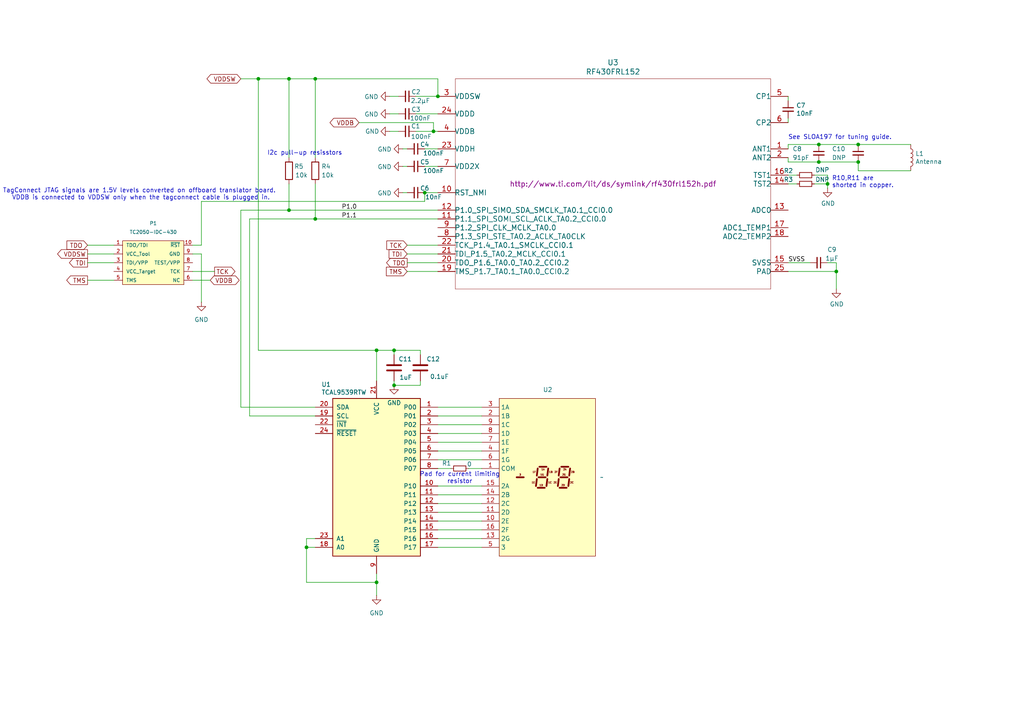
<source format=kicad_sch>
(kicad_sch (version 20231120) (generator "eeschema") (generator_version "8.0")
  (paper "A4")
  (title_block (title "TCG Counter") (rev "1") (company "groundst8"))
  (lib_symbols
    (symbol "Device:C" (pin_numbers hide) (pin_names (offset 0.254))
      (property "Reference" "C" (at 0.635 2.54 0))
      (property "Value" "C" (at 0.635 -2.54 0))
      (symbol "C_0_1"
        (polyline (pts (xy -2.032 -0.762) (xy 2.032 -0.762)) (stroke (width 0.508)))
        (polyline (pts (xy -2.032 0.762) (xy 2.032 0.762)) (stroke (width 0.508)))
      )
      (symbol "C_1_1"
        (pin passive line (at 0 3.81 270) (length 2.794) (name "~") (number "1"))
        (pin passive line (at 0 -3.81 90) (length 2.794) (name "~") (number "2"))
      )
    )
    (symbol "Device:C_Small" (pin_numbers hide) (pin_names (offset 0.254) hide)
      (property "Reference" "C" (at 0.254 1.778 0))
      (property "Value" "C_Small" (at 0.254 -2.032 0))
      (symbol "C_Small_0_1"
        (polyline (pts (xy -1.524 -0.508) (xy 1.524 -0.508)) (stroke (width 0.3302)))
        (polyline (pts (xy -1.524 0.508) (xy 1.524 0.508)) (stroke (width 0.3048)))
      )
      (symbol "C_Small_1_1"
        (pin passive line (at 0 2.54 270) (length 2.032) (name "~") (number "1"))
        (pin passive line (at 0 -2.54 90) (length 2.032) (name "~") (number "2"))
      )
    )
    (symbol "Device:L" (pin_numbers hide) (pin_names (offset 1.016) hide)
      (property "Reference" "L" (at -1.27 0 90))
      (property "Value" "L" (at 1.905 0 90))
      (symbol "L_0_1"
        (arc (start 0 -2.54) (mid 0.6323 -1.905) (end 0 -1.27))
        (arc (start 0 -1.27) (mid 0.6323 -0.635) (end 0 0))
        (arc (start 0 0) (mid 0.6323 0.635) (end 0 1.27))
        (arc (start 0 1.27) (mid 0.6323 1.905) (end 0 2.54))
      )
      (symbol "L_1_1"
        (pin passive line (at 0 3.81 270) (length 1.27) (name "1") (number "1"))
        (pin passive line (at 0 -3.81 90) (length 1.27) (name "2") (number "2"))
      )
    )
    (symbol "Device:R" (pin_numbers hide) (pin_names (offset 0))
      (property "Reference" "R" (at 2.032 0 90))
      (property "Value" "R" (at 0 0 90))
      (symbol "R_0_1"
        (rectangle (start -1.016 -2.54) (end 1.016 2.54) (stroke (width 0.254)))
      )
      (symbol "R_1_1"
        (pin passive line (at 0 3.81 270) (length 1.27) (name "~") (number "1"))
        (pin passive line (at 0 -3.81 90) (length 1.27) (name "~") (number "2"))
      )
    )
    (symbol "Device:R_Small" (pin_numbers hide) (pin_names (offset 0.254) hide)
      (property "Reference" "R" (at 0.762 0.508 0))
      (property "Value" "R_Small" (at 0.762 -1.016 0))
      (symbol "R_Small_0_1"
        (rectangle (start -0.762 1.778) (end 0.762 -1.778) (stroke (width 0.2032)))
      )
      (symbol "R_Small_1_1"
        (pin passive line (at 0 2.54 270) (length 0.762) (name "~") (number "1"))
        (pin passive line (at 0 -2.54 90) (length 0.762) (name "~") (number "2"))
      )
    )
    (symbol "Library:D0430G02V01"
      (property "Reference" "U" (at -13.462 11.43 0))
      (symbol "D0430G02V01_0_1"
        (polyline (pts (xy -8.89 -12.7) (xy -6.858 -12.7)) (stroke (width 0.508)))
        (polyline (pts (xy -4.064 -15.748) (xy -4.064 -15.748)) (stroke (width 0.508)))
        (polyline (pts (xy -3.048 -13.208) (xy -3.302 -15.24)) (stroke (width 0.508)))
        (polyline (pts (xy -2.794 -15.748) (xy -0.762 -15.748)) (stroke (width 0.508)))
        (polyline (pts (xy -2.794 -10.16) (xy -3.048 -12.192)) (stroke (width 0.508)))
        (polyline (pts (xy -2.54 -12.7) (xy -0.508 -12.7)) (stroke (width 0.508)))
        (polyline (pts (xy -2.286 -9.652) (xy -0.254 -9.652)) (stroke (width 0.508)))
        (polyline (pts (xy 0 -13.208) (xy -0.254 -15.24)) (stroke (width 0.508)))
        (polyline (pts (xy 0.254 -10.16) (xy 0 -12.192)) (stroke (width 0.508)))
        (polyline (pts (xy 1.016 -15.748) (xy 1.016 -15.748)) (stroke (width 0.508)))
        (polyline (pts (xy 3.302 -13.208) (xy 3.048 -15.24)) (stroke (width 0.508)))
        (polyline (pts (xy 3.556 -15.748) (xy 5.588 -15.748)) (stroke (width 0.508)))
        (polyline (pts (xy 3.556 -10.16) (xy 3.302 -12.192)) (stroke (width 0.508)))
        (polyline (pts (xy 3.81 -12.7) (xy 5.842 -12.7)) (stroke (width 0.508)))
        (polyline (pts (xy 4.064 -9.652) (xy 6.096 -9.652)) (stroke (width 0.508)))
        (polyline (pts (xy 6.35 -13.208) (xy 6.096 -15.24)) (stroke (width 0.508)))
        (polyline (pts (xy 6.604 -10.16) (xy 6.35 -12.192)) (stroke (width 0.508)))
        (polyline (pts (xy 7.366 -15.748) (xy 7.366 -15.748)) (stroke (width 0.508)))
      )
      (symbol "D0430G02V01_1_0"
        (text "1A" (at -1.27 -10.414 0) (effects (font (size 0.508 0.508))))
        (text "1B" (at 1.016 -11.176 0) (effects (font (size 0.508 0.508))))
        (text "1C" (at 0.762 -14.224 0) (effects (font (size 0.508 0.508))))
        (text "1D" (at -1.778 -14.986 0) (effects (font (size 0.508 0.508))))
        (text "1E" (at -4.064 -14.224 0) (effects (font (size 0.508 0.508))))
        (text "1F" (at -3.81 -11.176 0) (effects (font (size 0.508 0.508))))
        (text "1G" (at -1.524 -11.938 0) (effects (font (size 0.508 0.508))))
        (text "2A" (at 5.08 -10.414 0) (effects (font (size 0.508 0.508))))
        (text "2B" (at 7.366 -11.176 0) (effects (font (size 0.508 0.508))))
        (text "2C" (at 7.112 -14.224 0) (effects (font (size 0.508 0.508))))
        (text "2D" (at 4.572 -14.986 0) (effects (font (size 0.508 0.508))))
        (text "2E" (at 2.286 -14.224 0) (effects (font (size 0.508 0.508))))
        (text "2F" (at 2.54 -11.176 0) (effects (font (size 0.508 0.508))))
        (text "2G" (at 4.826 -11.938 0) (effects (font (size 0.508 0.508))))
        (text "3" (at -7.874 -11.938 0) (effects (font (size 0.508 0.508))))
      )
      (symbol "D0430G02V01_1_1"
        (rectangle (start -13.97 10.16) (end 13.97 -35.56) (fill (type background)))
        (pin input line (at -19.05 -10.16 0) (length 5.08) (name "COM") (number "1"))
        (pin input line (at -19.05 -25.4 0) (length 5.08) (name "2E") (number "10"))
        (pin input line (at -19.05 -22.86 0) (length 5.08) (name "2D") (number "11"))
        (pin input line (at -19.05 -20.32 0) (length 5.08) (name "2C") (number "12"))
        (pin input line (at -19.05 -30.48 0) (length 5.08) (name "2G") (number "13"))
        (pin input line (at -19.05 -17.78 0) (length 5.08) (name "2B") (number "14"))
        (pin input line (at -19.05 -15.24 0) (length 5.08) (name "2A") (number "15"))
        (pin input line (at -19.05 -27.94 0) (length 5.08) (name "2F") (number "16"))
        (pin input line (at -19.05 5.08 0) (length 5.08) (name "1B") (number "2"))
        (pin input line (at -19.05 7.62 0) (length 5.08) (name "1A") (number "3"))
        (pin input line (at -19.05 -5.08 0) (length 5.08) (name "1F") (number "4"))
        (pin input line (at -19.05 -33.02 0) (length 5.08) (name "3") (number "5"))
        (pin input line (at -19.05 -7.62 0) (length 5.08) (name "1G") (number "6"))
        (pin input line (at -19.05 -2.54 0) (length 5.08) (name "1E") (number "7"))
        (pin input line (at -19.05 0 0) (length 5.08) (name "1D") (number "8"))
        (pin input line (at -19.05 2.54 0) (length 5.08) (name "1C") (number "9"))
      )
    )
    (symbol "Library:TCAL9539RTW" (pin_names (offset 1.016))
      (property "Reference" "U" (at -11.43 24.13 0))
      (property "Value" "TCAL9539RTW" (at 0 0 0))
      (symbol "TCAL9539RTW_0_1"
        (rectangle (start -12.7 22.86) (end 12.7 -22.86) (stroke (width 0.254)) (fill (type background)))
      )
      (symbol "TCAL9539RTW_1_1"
        (pin bidirectional line (at 17.78 20.32 180) (length 5.08) (name "P00") (number "1"))
        (pin bidirectional line (at 17.78 -2.54 180) (length 5.08) (name "P10") (number "10"))
        (pin bidirectional line (at 17.78 -5.08 180) (length 5.08) (name "P11") (number "11"))
        (pin bidirectional line (at 17.78 -7.62 180) (length 5.08) (name "P12") (number "12"))
        (pin bidirectional line (at 17.78 -10.16 180) (length 5.08) (name "P13") (number "13"))
        (pin bidirectional line (at 17.78 -12.7 180) (length 5.08) (name "P14") (number "14"))
        (pin bidirectional line (at 17.78 -15.24 180) (length 5.08) (name "P15") (number "15"))
        (pin bidirectional line (at 17.78 -17.78 180) (length 5.08) (name "P16") (number "16"))
        (pin bidirectional line (at 17.78 -20.32 180) (length 5.08) (name "P17") (number "17"))
        (pin input line (at -17.78 -20.32 0) (length 5.08) (name "A0") (number "18"))
        (pin input line (at -17.78 17.78 0) (length 5.08) (name "SCL") (number "19"))
        (pin bidirectional line (at 17.78 17.78 180) (length 5.08) (name "P01") (number "2"))
        (pin bidirectional line (at -17.78 20.32 0) (length 5.08) (name "SDA") (number "20"))
        (pin power_in line (at 0 27.94 270) (length 5.08) (name "VCC") (number "21"))
        (pin output line (at -17.78 15.24 0) (length 5.08) (name "~{INT}") (number "22"))
        (pin input line (at -17.78 -17.78 0) (length 5.08) (name "A1") (number "23"))
        (pin input line (at -17.78 12.7 0) (length 5.08) (name "~{RESET}") (number "24"))
        (pin bidirectional line (at 17.78 15.24 180) (length 5.08) (name "P02") (number "3"))
        (pin bidirectional line (at 17.78 12.7 180) (length 5.08) (name "P03") (number "4"))
        (pin bidirectional line (at 17.78 10.16 180) (length 5.08) (name "P04") (number "5"))
        (pin bidirectional line (at 17.78 7.62 180) (length 5.08) (name "P05") (number "6"))
        (pin bidirectional line (at 17.78 5.08 180) (length 5.08) (name "P06") (number "7"))
        (pin bidirectional line (at 17.78 2.54 180) (length 5.08) (name "P07") (number "8"))
        (pin power_in line (at 0 -27.94 90) (length 5.08) (name "GND") (number "9"))
      )
    )
    (symbol "Tag-Connect:TC2050-IDC-430" (pin_names (offset 1.016))
      (property "Reference" "P" (at -1.27 -7.62 0))
      (property "Value" "TC2050-IDC-430" (at 0 7.62 0))
      (symbol "TC2050-IDC-430_0_1"
        (rectangle (start 8.89 6.35) (end -8.89 -6.35) (fill (type background)))
      )
      (symbol "TC2050-IDC-430_1_1"
        (pin passive line (at -11.43 5.08 0) (length 2.54) (name "TDO/TDI") (number "1"))
        (pin passive line (at 11.43 5.08 180) (length 2.54) (name "~{RST}") (number "10"))
        (pin passive line (at -11.43 2.54 0) (length 2.54) (name "VCC_Tool") (number "2"))
        (pin passive line (at -11.43 0 0) (length 2.54) (name "TDI/VPP") (number "3"))
        (pin passive line (at -11.43 -2.54 0) (length 2.54) (name "VCC_Target") (number "4"))
        (pin passive line (at -11.43 -5.08 0) (length 2.54) (name "TMS") (number "5"))
        (pin passive line (at 11.43 -5.08 180) (length 2.54) (name "NC") (number "6"))
        (pin passive line (at 11.43 -2.54 180) (length 2.54) (name "TCK") (number "7"))
        (pin passive line (at 11.43 0 180) (length 2.54) (name "TEST/VPP") (number "8"))
        (pin passive line (at 11.43 2.54 180) (length 2.54) (name "GND") (number "9"))
      )
    )
    (symbol "power:GND" (power) (pin_numbers hide) (pin_names (offset 0) hide)
      (property "Value" "GND" (at 0 -3.81 0))
      (symbol "GND_0_1"
        (polyline (pts (xy 0 0) (xy 0 -1.27) (xy 1.27 -1.27) (xy 0 -2.54) (xy -1.27 -1.27) (xy 0 -1.27)))
      )
      (symbol "GND_1_1"
        (pin power_in line (at 0 0 270) (length 0) (name "~") (number "1"))
      )
    )
    (symbol "symbols:RF430FRL152HRGE" (pin_names (offset -0.254))
      (property "Reference" "U" (at 0 2.54 0))
      (property "Value" "RF430FRL152HRGE" (at 0 0 0))
      (symbol "RF430FRL152HRGE_0_0"
        (polyline (pts (xy -45.72 -30.48) (xy 45.72 -30.48)) (stroke (width 0.1016)))
        (polyline (pts (xy -45.72 30.48) (xy -45.72 -30.48)) (stroke (width 0.1016)))
        (polyline (pts (xy 45.72 -30.48) (xy 45.72 30.48)) (stroke (width 0.1016)))
        (polyline (pts (xy 45.72 30.48) (xy -45.72 30.48)) (stroke (width 0.1016)))
      )
      (symbol "RF430FRL152HRGE_1_0"
        (pin bidirectional line (at 50.8 10.16 180) (length 5.08) (name "ANT1") (number "1"))
        (pin input line (at -50.8 -2.54 0) (length 5.08) (name "RST_NMI") (number "10"))
        (pin tri_state line (at -50.8 -10.16 0) (length 5.08) (name "P1.1_SPI_SOMI_SCL_ACLK_TA0.2_CCI0.0") (number "11"))
        (pin tri_state line (at -50.8 -7.62 0) (length 5.08) (name "P1.0_SPI_SIMO_SDA_SMCLK_TA0.1_CCI0.0") (number "12"))
        (pin input line (at 50.8 -7.62 180) (length 5.08) (name "ADC0") (number "13"))
        (pin input line (at 50.8 0 180) (length 5.08) (name "TST2") (number "14"))
        (pin power_in line (at 50.8 -22.86 180) (length 5.08) (name "SVSS") (number "15"))
        (pin input line (at 50.8 2.54 180) (length 5.08) (name "TST1") (number "16"))
        (pin input line (at 50.8 -12.7 180) (length 5.08) (name "ADC1_TEMP1") (number "17"))
        (pin input line (at 50.8 -15.24 180) (length 5.08) (name "ADC2_TEMP2") (number "18"))
        (pin tri_state line (at -50.8 -25.4 0) (length 5.08) (name "TMS_P1.7_TA0.1_TA0.0_CCI0.2") (number "19"))
        (pin bidirectional line (at 50.8 7.62 180) (length 5.08) (name "ANT2") (number "2"))
        (pin tri_state line (at -50.8 -22.86 0) (length 5.08) (name "TDO_P1.6_TA0.0_TA0.2_CCI0.2") (number "20"))
        (pin tri_state line (at -50.8 -20.32 0) (length 5.08) (name "TDI_P1.5_TA0.2_MCLK_CCI0.1") (number "21"))
        (pin tri_state line (at -50.8 -17.78 0) (length 5.08) (name "TCK_P1.4_TA0.1_SMCLK_CCI0.1") (number "22"))
        (pin power_out line (at -50.8 10.16 0) (length 5.08) (name "VDDH") (number "23"))
        (pin power_out line (at -50.8 20.32 0) (length 5.08) (name "VDDD") (number "24"))
        (pin power_in line (at 50.8 -25.4 180) (length 5.08) (name "PAD") (number "25"))
        (pin power_in line (at -50.8 25.4 0) (length 5.08) (name "VDDSW") (number "3"))
        (pin power_in line (at -50.8 15.24 0) (length 5.08) (name "VDDB") (number "4"))
        (pin power_out line (at 50.8 25.4 180) (length 5.08) (name "CP1") (number "5"))
        (pin power_out line (at 50.8 17.78 180) (length 5.08) (name "CP2") (number "6"))
        (pin power_out line (at -50.8 5.08 0) (length 5.08) (name "VDD2X") (number "7"))
        (pin tri_state line (at -50.8 -15.24 0) (length 5.08) (name "P1.3_SPI_STE_TA0.2_ACLK_TA0CLK") (number "8"))
        (pin tri_state line (at -50.8 -12.7 0) (length 5.08) (name "P1.2_SPI_CLK_MCLK_TA0.0") (number "9"))
      )
    )
  )
  (junction (at 109.22 101.6))
  (junction (at 74.93 22.86))
  (junction (at 91.44 22.86))
  (junction (at 242.57 78.74))
  (junction (at 83.82 22.86))
  (junction (at 125.73 38.1))
  (junction (at 109.22 168.91))
  (junction (at 127 27.94))
  (junction (at 114.3 101.6))
  (junction (at 123.19 55.88))
  (junction (at 237.49 46.99))
  (junction (at 248.92 46.99))
  (junction (at 237.49 41.91))
  (junction (at 114.3 111.76))
  (junction (at 91.44 63.5))
  (junction (at 88.9 158.75))
  (junction (at 240.03 53.34))
  (junction (at 83.82 60.96))
  (junction (at 248.92 41.91))
  (wire (pts (xy 127 156.21) (xy 139.7 156.21)))
  (wire (pts (xy 74.93 22.86) (xy 74.93 101.6)))
  (wire (pts (xy 123.19 58.42) (xy 58.42 58.42)))
  (wire (pts (xy 125.73 35.56) (xy 125.73 38.1)))
  (wire (pts (xy 127 33.02) (xy 120.65 33.02)))
  (wire (pts (xy 58.42 58.42) (xy 58.42 71.12)))
  (wire (pts (xy 113.03 38.1) (xy 115.57 38.1)))
  (wire (pts (xy 74.93 22.86) (xy 83.82 22.86)))
  (wire (pts (xy 118.11 43.18) (xy 116.84 43.18)))
  (wire (pts (xy 228.6 41.91) (xy 228.6 43.18)))
  (wire (pts (xy 248.92 49.53) (xy 248.92 46.99)))
  (wire (pts (xy 91.44 63.5) (xy 127 63.5)))
  (wire (pts (xy 55.88 81.28) (xy 60.96 81.28)))
  (wire (pts (xy 69.85 22.86) (xy 74.93 22.86)))
  (wire (pts (xy 127 135.89) (xy 130.81 135.89)))
  (wire (pts (xy 72.39 120.65) (xy 91.44 120.65)))
  (wire (pts (xy 127 151.13) (xy 139.7 151.13)))
  (wire (pts (xy 123.19 43.18) (xy 127 43.18)))
  (wire (pts (xy 88.9 168.91) (xy 109.22 168.91)))
  (wire (pts (xy 228.6 78.74) (xy 242.57 78.74)))
  (wire (pts (xy 91.44 22.86) (xy 127 22.86)))
  (wire (pts (xy 118.11 76.2) (xy 127 76.2)))
  (wire (pts (xy 231.14 53.34) (xy 228.6 53.34)))
  (wire (pts (xy 123.19 55.88) (xy 127 55.88)))
  (wire (pts (xy 127 118.11) (xy 139.7 118.11)))
  (wire (pts (xy 123.19 55.88) (xy 123.19 58.42)))
  (wire (pts (xy 74.93 101.6) (xy 109.22 101.6)))
  (wire (pts (xy 248.92 46.99) (xy 237.49 46.99)))
  (wire (pts (xy 127 48.26) (xy 123.19 48.26)))
  (wire (pts (xy 88.9 158.75) (xy 88.9 168.91)))
  (wire (pts (xy 118.11 71.12) (xy 127 71.12)))
  (wire (pts (xy 83.82 45.72) (xy 83.82 22.86)))
  (wire (pts (xy 127 148.59) (xy 139.7 148.59)))
  (wire (pts (xy 135.89 135.89) (xy 139.7 135.89)))
  (wire (pts (xy 127 143.51) (xy 139.7 143.51)))
  (wire (pts (xy 88.9 158.75) (xy 91.44 158.75)))
  (wire (pts (xy 91.44 53.34) (xy 91.44 63.5)))
  (wire (pts (xy 237.49 41.91) (xy 228.6 41.91)))
  (wire (pts (xy 25.4 76.2) (xy 33.02 76.2)))
  (wire (pts (xy 240.03 50.8) (xy 240.03 53.34)))
  (wire (pts (xy 127 128.27) (xy 139.7 128.27)))
  (wire (pts (xy 127 27.94) (xy 127 22.86)))
  (wire (pts (xy 118.11 55.88) (xy 116.84 55.88)))
  (wire (pts (xy 88.9 156.21) (xy 88.9 158.75)))
  (wire (pts (xy 69.85 118.11) (xy 91.44 118.11)))
  (wire (pts (xy 248.92 49.53) (xy 264.16 49.53)))
  (wire (pts (xy 114.3 110.49) (xy 114.3 111.76)))
  (wire (pts (xy 228.6 50.8) (xy 231.14 50.8)))
  (wire (pts (xy 127 133.35) (xy 139.7 133.35)))
  (wire (pts (xy 237.49 46.99) (xy 228.6 46.99)))
  (wire (pts (xy 121.92 101.6) (xy 121.92 102.87)))
  (wire (pts (xy 248.92 41.91) (xy 237.49 41.91)))
  (wire (pts (xy 242.57 83.82) (xy 242.57 78.74)))
  (wire (pts (xy 55.88 71.12) (xy 58.42 71.12)))
  (wire (pts (xy 109.22 101.6) (xy 109.22 110.49)))
  (wire (pts (xy 127 125.73) (xy 139.7 125.73)))
  (wire (pts (xy 228.6 29.21) (xy 228.6 27.94)))
  (wire (pts (xy 125.73 38.1) (xy 127 38.1)))
  (wire (pts (xy 242.57 76.2) (xy 240.03 76.2)))
  (wire (pts (xy 127 140.97) (xy 139.7 140.97)))
  (wire (pts (xy 120.65 38.1) (xy 125.73 38.1)))
  (wire (pts (xy 91.44 45.72) (xy 91.44 22.86)))
  (wire (pts (xy 121.92 111.76) (xy 121.92 110.49)))
  (wire (pts (xy 113.03 33.02) (xy 115.57 33.02)))
  (wire (pts (xy 83.82 60.96) (xy 127 60.96)))
  (wire (pts (xy 83.82 22.86) (xy 91.44 22.86)))
  (wire (pts (xy 127 146.05) (xy 139.7 146.05)))
  (wire (pts (xy 72.39 63.5) (xy 72.39 120.65)))
  (wire (pts (xy 25.4 81.28) (xy 33.02 81.28)))
  (wire (pts (xy 104.14 35.56) (xy 125.73 35.56)))
  (wire (pts (xy 127 153.67) (xy 139.7 153.67)))
  (wire (pts (xy 114.3 101.6) (xy 114.3 102.87)))
  (wire (pts (xy 127 130.81) (xy 139.7 130.81)))
  (wire (pts (xy 69.85 60.96) (xy 83.82 60.96)))
  (wire (pts (xy 109.22 168.91) (xy 109.22 172.72)))
  (wire (pts (xy 25.4 73.66) (xy 33.02 73.66)))
  (wire (pts (xy 127 120.65) (xy 139.7 120.65)))
  (wire (pts (xy 234.95 76.2) (xy 228.6 76.2)))
  (wire (pts (xy 242.57 78.74) (xy 242.57 76.2)))
  (wire (pts (xy 236.22 50.8) (xy 240.03 50.8)))
  (wire (pts (xy 109.22 166.37) (xy 109.22 168.91)))
  (wire (pts (xy 118.11 78.74) (xy 127 78.74)))
  (wire (pts (xy 228.6 35.56) (xy 228.6 34.29)))
  (wire (pts (xy 91.44 156.21) (xy 88.9 156.21)))
  (wire (pts (xy 118.11 73.66) (xy 127 73.66)))
  (wire (pts (xy 55.88 78.74) (xy 62.23 78.74)))
  (wire (pts (xy 72.39 63.5) (xy 91.44 63.5)))
  (wire (pts (xy 109.22 101.6) (xy 114.3 101.6)))
  (wire (pts (xy 120.65 27.94) (xy 127 27.94)))
  (wire (pts (xy 25.4 71.12) (xy 33.02 71.12)))
  (wire (pts (xy 127 158.75) (xy 139.7 158.75)))
  (wire (pts (xy 114.3 111.76) (xy 121.92 111.76)))
  (wire (pts (xy 240.03 53.34) (xy 240.03 54.61)))
  (wire (pts (xy 69.85 60.96) (xy 69.85 118.11)))
  (wire (pts (xy 113.03 27.94) (xy 115.57 27.94)))
  (wire (pts (xy 236.22 53.34) (xy 240.03 53.34)))
  (wire (pts (xy 248.92 41.91) (xy 264.16 41.91)))
  (wire (pts (xy 228.6 46.99) (xy 228.6 45.72)))
  (wire (pts (xy 127 123.19) (xy 139.7 123.19)))
  (wire (pts (xy 118.11 48.26) (xy 116.84 48.26)))
  (wire (pts (xy 114.3 101.6) (xy 121.92 101.6)))
  (wire (pts (xy 58.42 73.66) (xy 58.42 87.63)))
  (wire (pts (xy 83.82 53.34) (xy 83.82 60.96)))
  (wire (pts (xy 55.88 73.66) (xy 58.42 73.66)))
  (text "Pad for current limiting\nresistor" (at 133.35 138.684 0) (effects (font (size 1.27 1.27))))
  (text "I2c pull-up resisstors" (at 88.392 44.45 0) (effects (font (size 1.27 1.27))))
  (text "TagConnect JTAG signals are 1.5V levels converted on offboard translator board. \nVDDB is connected to VDDSW only when the tagconnect cable is plugged in." (at 40.894 56.388 0) (effects (font (size 1.27 1.27))))
  (text "R10,R11 are\nshorted in copper." (at 241.3 54.61 0) (effects (font (size 1.27 1.27)) (justify left bottom)))
  (text "See SLOA197 for tuning guide." (at 228.6 40.64 0) (effects (font (size 1.27 1.27)) (justify left bottom)))
  (label "P1.0" (at 99.06 60.96 0))
  (label "P1.1" (at 99.06 63.5 0))
  (label "SVSS" (at 228.6 76.2 0))
  (global_label "TMS" (shape input) (at 118.11 78.74 180) (property "Intersheetrefs" "${INTERSHEET_REFS}" (effects (hide yes))))
  (global_label "VDDB" (shape bidirectional) (at 60.96 81.28 0) (property "Intersheetrefs" "${INTERSHEET_REFS}" (effects (hide yes))))
  (global_label "TDI" (shape input) (at 118.11 73.66 180) (property "Intersheetrefs" "${INTERSHEET_REFS}" (effects (hide yes))))
  (global_label "TCK" (shape input) (at 118.11 71.12 180) (property "Intersheetrefs" "${INTERSHEET_REFS}" (effects (hide yes))))
  (global_label "TDO" (shape input) (at 25.4 71.12 180) (property "Intersheetrefs" "${INTERSHEET_REFS}" (effects (hide yes))))
  (global_label "TDO" (shape output) (at 118.11 76.2 180) (property "Intersheetrefs" "${INTERSHEET_REFS}" (effects (hide yes))))
  (global_label "VDDB" (shape bidirectional) (at 104.14 35.56 180) (property "Intersheetrefs" "${INTERSHEET_REFS}" (effects (hide yes))))
  (global_label "VDDSW" (shape output) (at 25.4 73.66 180) (property "Intersheetrefs" "${INTERSHEET_REFS}" (effects (hide yes))))
  (global_label "VDDSW" (shape bidirectional) (at 69.85 22.86 180) (property "Intersheetrefs" "${INTERSHEET_REFS}" (effects (hide yes))))
  (global_label "TMS" (shape output) (at 25.4 81.28 180) (property "Intersheetrefs" "${INTERSHEET_REFS}" (effects (hide yes))))
  (global_label "TDI" (shape output) (at 25.4 76.2 180) (property "Intersheetrefs" "${INTERSHEET_REFS}" (effects (hide yes))))
  (global_label "TCK" (shape output) (at 62.23 78.74 0) (property "Intersheetrefs" "${INTERSHEET_REFS}" (effects (hide yes))))
  (symbol (lib_id "Device:R_Small") (at 233.68 50.8 270) (unit 1)
    (property "Reference" "R2" (at 227.33 49.53 90) (effects (justify left)))
    (property "Value" "DNP" (at 236.474 49.276 90) (effects (justify left)))
    (property "Footprint" "footprints:R_0402_shorted" (effects (hide yes)))
  )
  (symbol (lib_id "power:GND") (at 113.03 27.94 270) (unit 1)
    (property "Reference" "#PWR05" (effects (hide yes)))
    (property "Value" "GND" (at 109.7788 28.067 90) (effects (justify right)))
  )
  (symbol (lib_id "Library:D0430G02V01") (at 158.75 125.73 0) (unit 1)
    (property "Reference" "U2" (at 157.48 113.03 0) (effects (justify left)))
    (property "Value" "~" (at 173.99 138.43 0) (effects (justify left)))
    (property "Footprint" "Library:D0430G02V01" (effects (hide yes)))
  )
  (symbol (lib_id "Device:R_Small") (at 233.68 53.34 270) (unit 1)
    (property "Reference" "R3" (at 227.33 52.07 90) (effects (justify left)))
    (property "Value" "DNP" (at 236.474 52.07 90) (effects (justify left)))
    (property "Footprint" "footprints:R_0402_shorted" (effects (hide yes)))
  )
  (symbol (lib_id "Device:C_Small") (at 120.65 48.26 270) (unit 1)
    (property "Reference" "C5" (at 123.19 46.99 90))
    (property "Value" "100nF" (at 125.73 49.53 90))
    (property "Footprint" "Capacitor_SMD:C_0402_1005Metric" (effects (hide yes)))
  )
  (symbol (lib_id "Device:C_Small") (at 237.49 44.45 0) (unit 1)
    (property "Reference" "C8" (at 229.87 43.18 0) (effects (justify left)))
    (property "Value" "91pF" (at 229.87 45.72 0) (effects (justify left)))
    (property "Footprint" "Capacitor_SMD:C_0402_1005Metric" (effects (hide yes)))
  )
  (symbol (lib_id "power:GND") (at 240.03 54.61 0) (unit 1)
    (property "Reference" "#PWR011" (effects (hide yes)))
    (property "Value" "GND" (at 240.157 59.0042 0))
  )
  (symbol (lib_id "Device:C") (at 121.92 106.68 0) (unit 1)
    (property "Reference" "C12" (at 123.698 104.14 0) (effects (justify left)))
    (property "Value" "0.1uF" (at 124.714 109.22 0) (effects (justify left)))
    (property "Footprint" "Capacitor_SMD:C_0402_1005Metric" (effects (hide yes)))
    (property "Description" "Unpolarized capacitor" (effects (hide yes)))
  )
  (symbol (lib_id "symbols:RF430FRL152HRGE") (at 177.8 53.34 0) (unit 1)
    (property "Reference" "U3" (at 177.8 18.1356 0) (effects (font (size 1.524 1.524))))
    (property "Value" "RF430FRL152" (at 177.8 20.828 0) (effects (font (size 1.524 1.524))))
    (property "Footprint" "footprints:RF430FRL152H" (effects (hide yes)))
    (property "Datasheet" "http://www.ti.com/lit/ds/symlink/rf430frl152h.pdf" (at 177.8 53.34 0) (effects (font (size 1.524 1.524))))
  )
  (symbol (lib_id "Device:C_Small") (at 237.49 76.2 270) (unit 1)
    (property "Reference" "C9" (at 241.3 72.39 90))
    (property "Value" "1µF" (at 241.3 74.93 90))
    (property "Footprint" "Capacitor_SMD:C_0402_1005Metric" (effects (hide yes)))
  )
  (symbol (lib_id "Library:TCAL9539RTW") (at 109.22 138.43 0) (unit 1)
    (property "Reference" "U1" (at 93.218 111.506 0) (effects (justify left)))
    (property "Value" "TCAL9539RTW" (at 93.218 113.792 0) (effects (justify left)))
    (property "Footprint" "tcal:WQFN24_RTW-J_TEX-L" (effects (hide yes)))
    (property "Datasheet" "http://www.ti.com/lit/ds/symlink/tca9539.pdf" (effects (hide yes)))
    (property "Description" "16-bit I/O expander, I2C and SMBus interface, interrupts, w/o pull-ups, WQFN-24 package" (effects (hide yes)))
  )
  (symbol (lib_id "Device:R_Small") (at 133.35 135.89 90) (unit 1)
    (property "Reference" "R1" (at 129.54 134.366 90))
    (property "Value" "0" (at 136.144 134.62 90))
    (property "Footprint" "Resistor_SMD:R_0402_1005Metric" (effects (hide yes)))
    (property "Description" "Resistor, small symbol" (effects (hide yes)))
  )
  (symbol (lib_id "Tag-Connect:TC2050-IDC-430") (at 44.45 76.2 0) (unit 1)
    (property "Reference" "P1" (at 44.45 64.77 0) (effects (font (size 1.016 1.016))))
    (property "Value" "TC2050-IDC-430" (at 44.45 67.31 0) (effects (font (size 1.016 1.016))))
    (property "Footprint" "Connector:Tag-Connect_TC2050-IDC-NL_2x05_P1.27mm_Vertical_with_bottom_clip" (effects (hide yes)))
  )
  (symbol (lib_id "Device:C_Small") (at 120.65 55.88 270) (unit 1)
    (property "Reference" "C6" (at 123.19 54.61 90))
    (property "Value" "10nF" (at 125.73 57.15 90))
    (property "Footprint" "Capacitor_SMD:C_0402_1005Metric" (effects (hide yes)))
  )
  (symbol (lib_id "power:GND") (at 58.42 87.63 0) (unit 1)
    (property "Reference" "#PWR03" (effects (hide yes)))
    (property "Value" "GND" (at 58.42 92.71 0))
    (property "Description" "Power symbol creates a global label with name \"GND\" , ground" (effects (hide yes)))
  )
  (symbol (lib_id "power:GND") (at 116.84 48.26 270) (unit 1)
    (property "Reference" "#PWR08" (effects (hide yes)))
    (property "Value" "GND" (at 113.5888 48.387 90) (effects (justify right)))
  )
  (symbol (lib_id "Device:C_Small") (at 118.11 38.1 270) (unit 1)
    (property "Reference" "C1" (at 121.92 36.576 90) (effects (justify right)))
    (property "Value" "100nF" (at 125.222 39.624 90) (effects (justify right)))
    (property "Footprint" "Capacitor_SMD:C_0402_1005Metric" (effects (hide yes)))
  )
  (symbol (lib_id "Device:R") (at 91.44 49.53 0) (unit 1)
    (property "Reference" "R4" (at 93.218 48.26 0) (effects (justify left)))
    (property "Value" "10k" (at 93.218 50.8 0) (effects (justify left)))
    (property "Footprint" "Resistor_SMD:R_0402_1005Metric" (effects (hide yes)))
    (property "Description" "Resistor" (effects (hide yes)))
  )
  (symbol (lib_id "power:GND") (at 109.22 172.72 0) (unit 1)
    (property "Reference" "#PWR01" (effects (hide yes)))
    (property "Value" "GND" (at 109.22 177.8 0))
    (property "Description" "Power symbol creates a global label with name \"GND\" , ground" (effects (hide yes)))
  )
  (symbol (lib_id "power:GND") (at 116.84 55.88 270) (unit 1)
    (property "Reference" "#PWR09" (effects (hide yes)))
    (property "Value" "GND" (at 113.5888 56.007 90) (effects (justify right)))
  )
  (symbol (lib_id "Device:L") (at 264.16 45.72 0) (unit 1)
    (property "Reference" "L1" (at 265.5062 44.5516 0) (effects (justify left)))
    (property "Value" "Antenna" (at 265.5062 46.863 0) (effects (justify left)))
    (property "Footprint" "footprints:GW10ANT" (effects (hide yes)))
  )
  (symbol (lib_id "Device:C_Small") (at 118.11 27.94 270) (unit 1)
    (property "Reference" "C2" (at 120.65 26.67 90))
    (property "Value" "2.2µF" (at 121.92 29.21 90))
    (property "Footprint" "Capacitor_SMD:C_0402_1005Metric" (effects (hide yes)))
  )
  (symbol (lib_id "Device:C_Small") (at 248.92 44.45 0) (unit 1)
    (property "Reference" "C10" (at 241.3 43.18 0) (effects (justify left)))
    (property "Value" "DNP" (at 241.3 45.72 0) (effects (justify left)))
    (property "Footprint" "Capacitor_SMD:C_0402_1005Metric" (effects (hide yes)))
  )
  (symbol (lib_id "power:GND") (at 116.84 43.18 270) (unit 1)
    (property "Reference" "#PWR07" (effects (hide yes)))
    (property "Value" "GND" (at 113.5888 43.307 90) (effects (justify right)))
  )
  (symbol (lib_id "power:GND") (at 113.03 38.1 270) (unit 1)
    (property "Reference" "#PWR02" (effects (hide yes)))
    (property "Value" "GND" (at 107.95 38.1 90))
  )
  (symbol (lib_id "Device:R") (at 83.82 49.53 0) (unit 1)
    (property "Reference" "R5" (at 85.344 48.26 0) (effects (justify left)))
    (property "Value" "10k" (at 85.598 50.8 0) (effects (justify left)))
    (property "Footprint" "Resistor_SMD:R_0402_1005Metric" (effects (hide yes)))
    (property "Description" "Resistor" (effects (hide yes)))
  )
  (symbol (lib_id "power:GND") (at 113.03 33.02 270) (unit 1)
    (property "Reference" "#PWR06" (effects (hide yes)))
    (property "Value" "GND" (at 109.7788 33.147 90) (effects (justify right)))
  )
  (symbol (lib_id "Device:C") (at 114.3 106.68 0) (unit 1)
    (property "Reference" "C11" (at 115.57 104.14 0) (effects (justify left)))
    (property "Value" "1uF" (at 115.824 109.474 0) (effects (justify left)))
    (property "Footprint" "Capacitor_SMD:C_0402_1005Metric" (effects (hide yes)))
    (property "Description" "Unpolarized capacitor" (effects (hide yes)))
  )
  (symbol (lib_id "Device:C_Small") (at 120.65 43.18 270) (unit 1)
    (property "Reference" "C4" (at 123.19 41.91 90))
    (property "Value" "100nF" (at 125.73 44.45 90))
    (property "Footprint" "Capacitor_SMD:C_0402_1005Metric" (effects (hide yes)))
  )
  (symbol (lib_id "Device:C_Small") (at 118.11 33.02 270) (unit 1)
    (property "Reference" "C3" (at 120.65 31.75 90))
    (property "Value" "100nF" (at 121.92 34.29 90))
    (property "Footprint" "Capacitor_SMD:C_0402_1005Metric" (effects (hide yes)))
  )
  (symbol (lib_id "power:GND") (at 242.57 83.82 0) (unit 1)
    (property "Reference" "#PWR012" (effects (hide yes)))
    (property "Value" "GND" (at 242.697 88.2142 0))
  )
  (symbol (lib_id "Device:C_Small") (at 228.6 31.75 0) (unit 1)
    (property "Reference" "C7" (at 230.9368 30.5816 0) (effects (justify left)))
    (property "Value" "10nF" (at 230.9368 32.893 0) (effects (justify left)))
    (property "Footprint" "Capacitor_SMD:C_0402_1005Metric" (effects (hide yes)))
  )
  (symbol (lib_id "power:GND") (at 114.3 111.76 0) (unit 1)
    (property "Reference" "#PWR04" (effects (hide yes)))
    (property "Value" "GND" (at 114.3 116.84 0))
    (property "Description" "Power symbol creates a global label with name \"GND\" , ground" (effects (hide yes)))
  )
)
</source>
